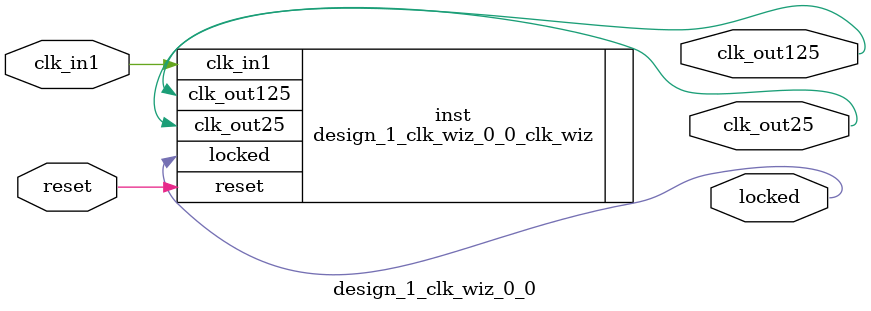
<source format=v>


`timescale 1ps/1ps

(* CORE_GENERATION_INFO = "design_1_clk_wiz_0_0,clk_wiz_v6_0_11_0_0,{component_name=design_1_clk_wiz_0_0,use_phase_alignment=true,use_min_o_jitter=false,use_max_i_jitter=false,use_dyn_phase_shift=false,use_inclk_switchover=false,use_dyn_reconfig=false,enable_axi=0,feedback_source=FDBK_AUTO,PRIMITIVE=MMCM,num_out_clk=2,clkin1_period=10.000,clkin2_period=10.000,use_power_down=false,use_reset=true,use_locked=true,use_inclk_stopped=false,feedback_type=SINGLE,CLOCK_MGR_TYPE=NA,manual_override=false}" *)

module design_1_clk_wiz_0_0 
 (
  // Clock out ports
  output        clk_out25,
  output        clk_out125,
  // Status and control signals
  input         reset,
  output        locked,
 // Clock in ports
  input         clk_in1
 );

  design_1_clk_wiz_0_0_clk_wiz inst
  (
  // Clock out ports  
  .clk_out25(clk_out25),
  .clk_out125(clk_out125),
  // Status and control signals               
  .reset(reset), 
  .locked(locked),
 // Clock in ports
  .clk_in1(clk_in1)
  );

endmodule

</source>
